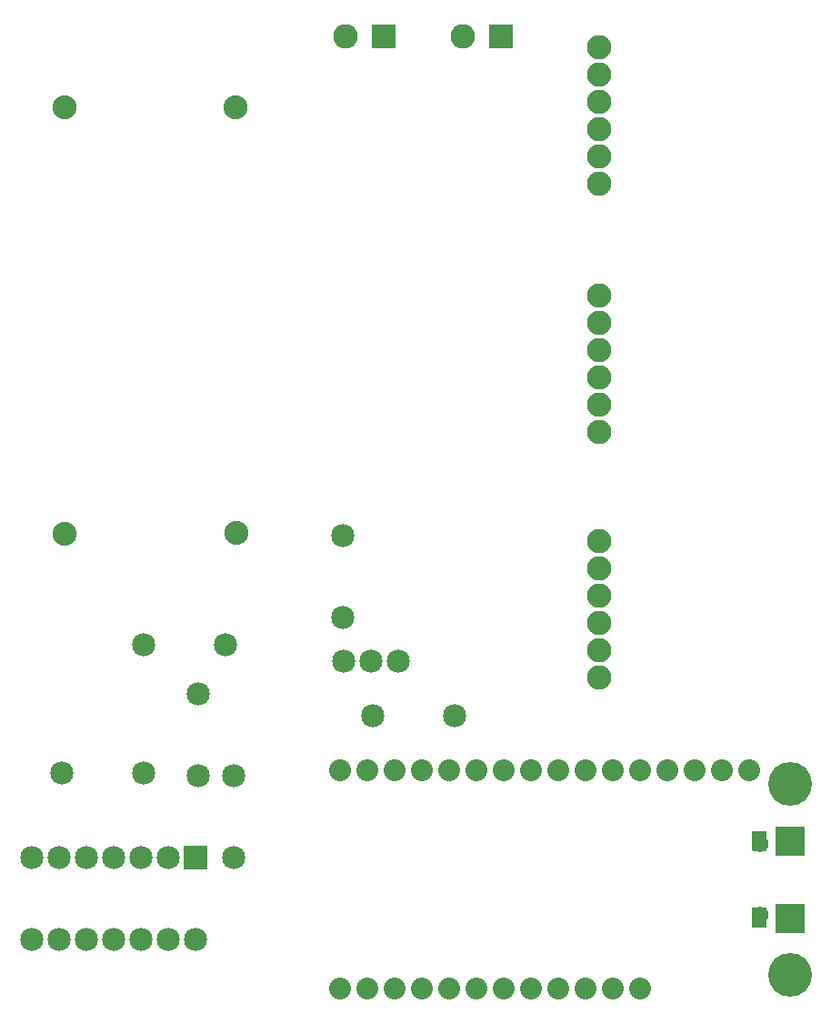
<source format=gbs>
G04 MADE WITH FRITZING*
G04 WWW.FRITZING.ORG*
G04 DOUBLE SIDED*
G04 HOLES PLATED*
G04 CONTOUR ON CENTER OF CONTOUR VECTOR*
%ASAXBY*%
%FSLAX23Y23*%
%MOIN*%
%OFA0B0*%
%SFA1.0B1.0*%
%ADD10C,0.080000*%
%ADD11C,0.105000*%
%ADD12C,0.159999*%
%ADD13C,0.061496*%
%ADD14C,0.088000*%
%ADD15C,0.085000*%
%ADD16C,0.089370*%
%ADD17C,0.090000*%
%ADD18R,0.105000X0.105000*%
%ADD19R,0.090000X0.090000*%
%ADD20R,0.085000X0.085000*%
%ADD21R,0.001000X0.001000*%
%LNMASK0*%
G90*
G70*
G54D10*
X2199Y132D03*
X2099Y932D03*
X2899Y932D03*
X1399Y132D03*
G54D11*
X3049Y674D03*
G54D10*
X2499Y932D03*
X1699Y932D03*
X1799Y132D03*
G54D12*
X3049Y182D03*
G54D10*
X2699Y932D03*
X2299Y932D03*
X1899Y932D03*
X1499Y932D03*
X1599Y132D03*
X1999Y132D03*
X2399Y132D03*
G54D13*
X2939Y662D03*
G54D10*
X2799Y932D03*
X2599Y932D03*
X2399Y932D03*
X2199Y932D03*
X1999Y932D03*
X1799Y932D03*
X1599Y932D03*
X1399Y932D03*
X1499Y132D03*
X1699Y132D03*
X1899Y132D03*
X2099Y132D03*
X2299Y132D03*
X2499Y132D03*
G54D12*
X3049Y882D03*
G54D13*
X2939Y402D03*
G54D11*
X3049Y390D03*
G54D14*
X1021Y1803D03*
X389Y1800D03*
X1018Y3363D03*
X389Y3363D03*
G54D15*
X1409Y1492D03*
X1409Y1792D03*
X1819Y1132D03*
X1519Y1132D03*
X879Y912D03*
X879Y1212D03*
X979Y1392D03*
X679Y1392D03*
X1009Y612D03*
X1009Y912D03*
X679Y922D03*
X379Y922D03*
G54D16*
X2349Y3082D03*
X2349Y3182D03*
X2349Y3282D03*
X2349Y3382D03*
X2349Y3482D03*
X2349Y3582D03*
X2349Y1272D03*
X2349Y1372D03*
X2349Y1472D03*
X2349Y1572D03*
X2349Y1672D03*
X2349Y1772D03*
X2349Y2172D03*
X2349Y2272D03*
X2349Y2372D03*
X2349Y2472D03*
X2349Y2572D03*
X2349Y2672D03*
G54D17*
X1989Y3622D03*
X1851Y3622D03*
G54D15*
X1413Y1333D03*
X1513Y1333D03*
X1613Y1333D03*
G54D17*
X1559Y3622D03*
X1421Y3622D03*
G54D15*
X869Y612D03*
X869Y312D03*
X769Y612D03*
X769Y312D03*
X669Y612D03*
X669Y312D03*
X569Y612D03*
X569Y312D03*
X469Y612D03*
X469Y312D03*
X369Y612D03*
X369Y312D03*
X269Y612D03*
X269Y312D03*
G54D18*
X3049Y674D03*
X3049Y390D03*
G54D19*
X1989Y3622D03*
X1559Y3622D03*
G54D20*
X869Y612D03*
G54D21*
X2912Y709D02*
X2963Y709D01*
X2912Y708D02*
X2963Y708D01*
X2912Y707D02*
X2963Y707D01*
X2912Y706D02*
X2963Y706D01*
X2912Y705D02*
X2963Y705D01*
X2912Y704D02*
X2963Y704D01*
X2912Y703D02*
X2963Y703D01*
X2912Y702D02*
X2963Y702D01*
X2912Y701D02*
X2963Y701D01*
X2912Y700D02*
X2963Y700D01*
X2912Y699D02*
X2963Y699D01*
X2912Y698D02*
X2963Y698D01*
X2912Y697D02*
X2963Y697D01*
X2912Y696D02*
X2963Y696D01*
X2912Y695D02*
X2963Y695D01*
X2912Y694D02*
X2963Y694D01*
X2912Y693D02*
X2963Y693D01*
X2912Y692D02*
X2963Y692D01*
X2912Y691D02*
X2963Y691D01*
X2912Y690D02*
X2963Y690D01*
X2912Y689D02*
X2963Y689D01*
X2912Y688D02*
X2963Y688D01*
X2912Y687D02*
X2963Y687D01*
X2912Y686D02*
X2963Y686D01*
X2912Y685D02*
X2963Y685D01*
X2912Y684D02*
X2963Y684D01*
X2912Y683D02*
X2963Y683D01*
X2912Y682D02*
X2963Y682D01*
X2912Y681D02*
X2963Y681D01*
X2912Y680D02*
X2963Y680D01*
X2912Y679D02*
X2937Y679D01*
X2939Y679D02*
X2963Y679D01*
X2912Y678D02*
X2931Y678D01*
X2944Y678D02*
X2963Y678D01*
X2912Y677D02*
X2929Y677D01*
X2946Y677D02*
X2963Y677D01*
X2912Y676D02*
X2928Y676D01*
X2948Y676D02*
X2963Y676D01*
X2912Y675D02*
X2927Y675D01*
X2949Y675D02*
X2963Y675D01*
X2912Y674D02*
X2926Y674D01*
X2950Y674D02*
X2963Y674D01*
X2912Y673D02*
X2925Y673D01*
X2951Y673D02*
X2963Y673D01*
X2912Y672D02*
X2924Y672D01*
X2951Y672D02*
X2963Y672D01*
X2912Y671D02*
X2923Y671D01*
X2952Y671D02*
X2963Y671D01*
X2912Y670D02*
X2923Y670D01*
X2953Y670D02*
X2963Y670D01*
X2912Y669D02*
X2923Y669D01*
X2953Y669D02*
X2963Y669D01*
X2912Y668D02*
X2922Y668D01*
X2953Y668D02*
X2963Y668D01*
X2912Y667D02*
X2922Y667D01*
X2954Y667D02*
X2963Y667D01*
X2912Y666D02*
X2922Y666D01*
X2954Y666D02*
X2963Y666D01*
X2912Y665D02*
X2922Y665D01*
X2954Y665D02*
X2963Y665D01*
X2912Y664D02*
X2922Y664D01*
X2954Y664D02*
X2963Y664D01*
X2912Y663D02*
X2922Y663D01*
X2954Y663D02*
X2963Y663D01*
X2912Y662D02*
X2922Y662D01*
X2954Y662D02*
X2963Y662D01*
X2912Y661D02*
X2922Y661D01*
X2954Y661D02*
X2963Y661D01*
X2912Y660D02*
X2922Y660D01*
X2954Y660D02*
X2963Y660D01*
X2912Y659D02*
X2922Y659D01*
X2953Y659D02*
X2963Y659D01*
X2912Y658D02*
X2922Y658D01*
X2953Y658D02*
X2963Y658D01*
X2912Y657D02*
X2923Y657D01*
X2953Y657D02*
X2963Y657D01*
X2912Y656D02*
X2923Y656D01*
X2952Y656D02*
X2963Y656D01*
X2912Y655D02*
X2924Y655D01*
X2952Y655D02*
X2963Y655D01*
X2912Y654D02*
X2925Y654D01*
X2951Y654D02*
X2963Y654D01*
X2912Y653D02*
X2925Y653D01*
X2950Y653D02*
X2963Y653D01*
X2912Y652D02*
X2926Y652D01*
X2949Y652D02*
X2963Y652D01*
X2912Y651D02*
X2928Y651D01*
X2948Y651D02*
X2963Y651D01*
X2912Y650D02*
X2929Y650D01*
X2947Y650D02*
X2963Y650D01*
X2912Y649D02*
X2931Y649D01*
X2945Y649D02*
X2963Y649D01*
X2912Y648D02*
X2934Y648D01*
X2942Y648D02*
X2963Y648D01*
X2912Y647D02*
X2963Y647D01*
X2912Y646D02*
X2963Y646D01*
X2912Y645D02*
X2963Y645D01*
X2912Y644D02*
X2963Y644D01*
X2912Y643D02*
X2963Y643D01*
X2912Y642D02*
X2963Y642D01*
X2912Y641D02*
X2963Y641D01*
X2912Y640D02*
X2963Y640D01*
X2912Y639D02*
X2963Y639D01*
X2913Y638D02*
X2963Y638D01*
X2913Y429D02*
X2963Y429D01*
X2912Y428D02*
X2963Y428D01*
X2912Y427D02*
X2963Y427D01*
X2912Y426D02*
X2963Y426D01*
X2912Y425D02*
X2963Y425D01*
X2912Y424D02*
X2963Y424D01*
X2912Y423D02*
X2963Y423D01*
X2912Y422D02*
X2963Y422D01*
X2912Y421D02*
X2963Y421D01*
X2912Y420D02*
X2963Y420D01*
X2912Y419D02*
X2937Y419D01*
X2939Y419D02*
X2963Y419D01*
X2912Y418D02*
X2931Y418D01*
X2945Y418D02*
X2963Y418D01*
X2912Y417D02*
X2929Y417D01*
X2946Y417D02*
X2963Y417D01*
X2912Y416D02*
X2928Y416D01*
X2948Y416D02*
X2963Y416D01*
X2912Y415D02*
X2927Y415D01*
X2949Y415D02*
X2963Y415D01*
X2912Y414D02*
X2926Y414D01*
X2950Y414D02*
X2963Y414D01*
X2912Y413D02*
X2925Y413D01*
X2951Y413D02*
X2963Y413D01*
X2912Y412D02*
X2924Y412D01*
X2952Y412D02*
X2963Y412D01*
X2912Y411D02*
X2923Y411D01*
X2952Y411D02*
X2963Y411D01*
X2912Y410D02*
X2923Y410D01*
X2953Y410D02*
X2963Y410D01*
X2912Y409D02*
X2922Y409D01*
X2953Y409D02*
X2963Y409D01*
X2912Y408D02*
X2922Y408D01*
X2953Y408D02*
X2963Y408D01*
X2912Y407D02*
X2922Y407D01*
X2954Y407D02*
X2963Y407D01*
X2912Y406D02*
X2922Y406D01*
X2954Y406D02*
X2963Y406D01*
X2912Y405D02*
X2922Y405D01*
X2954Y405D02*
X2963Y405D01*
X2912Y404D02*
X2922Y404D01*
X2954Y404D02*
X2963Y404D01*
X2912Y403D02*
X2922Y403D01*
X2954Y403D02*
X2963Y403D01*
X2912Y402D02*
X2922Y402D01*
X2954Y402D02*
X2963Y402D01*
X2912Y401D02*
X2922Y401D01*
X2954Y401D02*
X2963Y401D01*
X2912Y400D02*
X2922Y400D01*
X2954Y400D02*
X2963Y400D01*
X2912Y399D02*
X2922Y399D01*
X2953Y399D02*
X2963Y399D01*
X2912Y398D02*
X2922Y398D01*
X2953Y398D02*
X2963Y398D01*
X2912Y397D02*
X2923Y397D01*
X2953Y397D02*
X2963Y397D01*
X2912Y396D02*
X2923Y396D01*
X2952Y396D02*
X2963Y396D01*
X2912Y395D02*
X2924Y395D01*
X2952Y395D02*
X2963Y395D01*
X2912Y394D02*
X2925Y394D01*
X2951Y394D02*
X2963Y394D01*
X2912Y393D02*
X2926Y393D01*
X2950Y393D02*
X2963Y393D01*
X2912Y392D02*
X2927Y392D01*
X2949Y392D02*
X2963Y392D01*
X2912Y391D02*
X2928Y391D01*
X2948Y391D02*
X2963Y391D01*
X2912Y390D02*
X2929Y390D01*
X2946Y390D02*
X2963Y390D01*
X2912Y389D02*
X2931Y389D01*
X2944Y389D02*
X2963Y389D01*
X2912Y388D02*
X2935Y388D01*
X2941Y388D02*
X2963Y388D01*
X2912Y387D02*
X2963Y387D01*
X2912Y386D02*
X2963Y386D01*
X2912Y385D02*
X2963Y385D01*
X2912Y384D02*
X2963Y384D01*
X2912Y383D02*
X2963Y383D01*
X2912Y382D02*
X2963Y382D01*
X2912Y381D02*
X2963Y381D01*
X2912Y380D02*
X2963Y380D01*
X2912Y379D02*
X2963Y379D01*
X2912Y378D02*
X2963Y378D01*
X2912Y377D02*
X2963Y377D01*
X2912Y376D02*
X2963Y376D01*
X2912Y375D02*
X2963Y375D01*
X2912Y374D02*
X2963Y374D01*
X2912Y373D02*
X2963Y373D01*
X2912Y372D02*
X2963Y372D01*
X2912Y371D02*
X2963Y371D01*
X2912Y370D02*
X2963Y370D01*
X2912Y369D02*
X2963Y369D01*
X2912Y368D02*
X2963Y368D01*
X2912Y367D02*
X2963Y367D01*
X2912Y366D02*
X2963Y366D01*
X2912Y365D02*
X2963Y365D01*
X2912Y364D02*
X2963Y364D01*
X2912Y363D02*
X2963Y363D01*
X2912Y362D02*
X2963Y362D01*
X2912Y361D02*
X2963Y361D01*
X2912Y360D02*
X2963Y360D01*
X2912Y359D02*
X2963Y359D01*
X2912Y358D02*
X2963Y358D01*
D02*
G04 End of Mask0*
M02*
</source>
